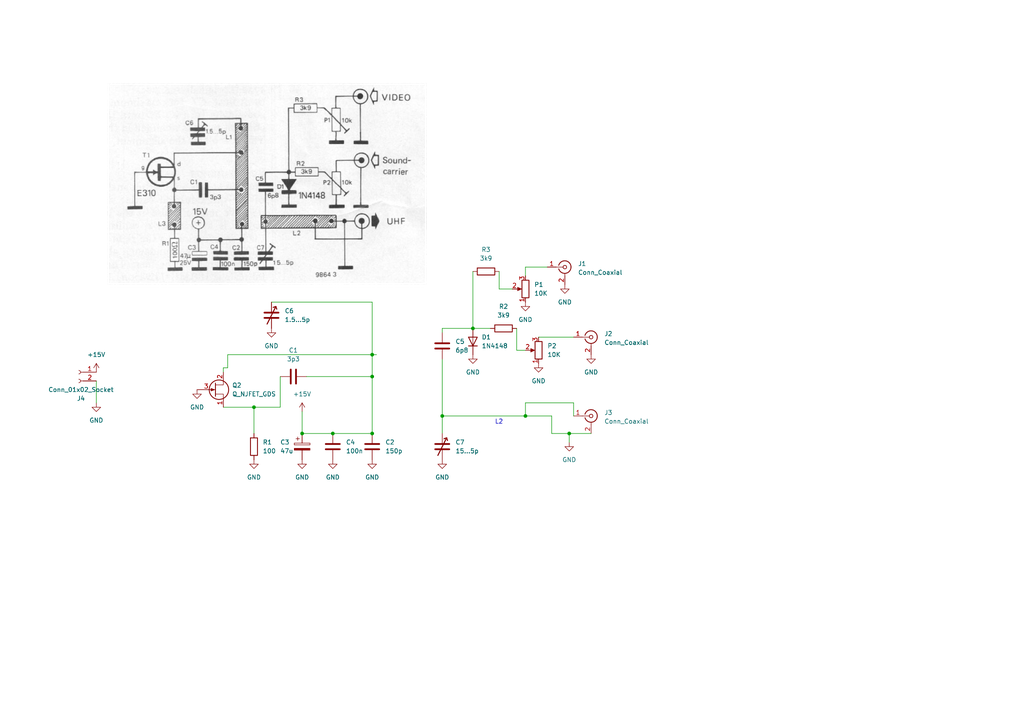
<source format=kicad_sch>
(kicad_sch (version 20250114) (generator "eeschema") (generator_version "9.0")
  (paper "A4")
  (lib_symbols
    (symbol "Connector:Conn_01x02_Socket" (pin_names (offset 1.016) (hide yes))
      (property "Reference" "J" (at 0 2.54 0))
      (property "Value" "Conn_01x02_Socket" (at 0 -5.08 0))
      (symbol "Conn_01x02_Socket_1_1"
        (polyline (pts (xy -1.27 0) (xy -0.508 0)) (stroke (width 0.1524)))
        (polyline (pts (xy -1.27 -2.54) (xy -0.508 -2.54)) (stroke (width 0.1524)))
        (arc (start 0 -0.508) (mid -0.5058 0) (end 0 0.508) (stroke (width 0.1524)))
        (arc (start 0 -3.048) (mid -0.5058 -2.54) (end 0 -2.032) (stroke (width 0.1524)))
        (pin passive line (at -5.08 0 0) (length 3.81) (name "Pin_1") (number "1"))
        (pin passive line (at -5.08 -2.54 0) (length 3.81) (name "Pin_2") (number "2"))
      )
    )
    (symbol "Connector:Conn_Coaxial" (pin_names (offset 1.016) (hide yes))
      (property "Reference" "J" (at 0.254 3.048 0))
      (property "Value" "Conn_Coaxial" (at 2.921 0 90))
      (symbol "Conn_Coaxial_0_1"
        (polyline (pts (xy -2.54 0) (xy -0.508 0)))
        (arc (start 1.778 0) (mid 0.222 -1.8079) (end -1.778 -0.508) (stroke (width 0.254)))
        (arc (start -1.778 0.508) (mid 0.2221 1.8084) (end 1.778 0) (stroke (width 0.254)))
        (circle (center 0 0) (radius 0.508) (stroke (width 0.2032)))
        (polyline (pts (xy 0 -2.54) (xy 0 -1.778)))
      )
      (symbol "Conn_Coaxial_1_1"
        (pin passive line (at -5.08 0 0) (length 2.54) (name "In") (number "1"))
        (pin passive line (at 0 -5.08 90) (length 2.54) (name "Ext") (number "2"))
      )
    )
    (symbol "Device:C" (pin_numbers (hide yes)) (pin_names (offset 0.254))
      (property "Reference" "C" (at 0.635 2.54 0))
      (property "Value" "C" (at 0.635 -2.54 0))
      (symbol "C_0_1"
        (polyline (pts (xy -2.032 0.762) (xy 2.032 0.762)) (stroke (width 0.508)))
        (polyline (pts (xy -2.032 -0.762) (xy 2.032 -0.762)) (stroke (width 0.508)))
      )
      (symbol "C_1_1"
        (pin passive line (at 0 3.81 270) (length 2.794) (name "~") (number "1"))
        (pin passive line (at 0 -3.81 90) (length 2.794) (name "~") (number "2"))
      )
    )
    (symbol "Device:C_Polarized" (pin_numbers (hide yes)) (pin_names (offset 0.254))
      (property "Reference" "C" (at 0.635 2.54 0))
      (property "Value" "C_Polarized" (at 0.635 -2.54 0))
      (symbol "C_Polarized_0_1"
        (rectangle (start -2.286 0.508) (end 2.286 1.016))
        (polyline (pts (xy -1.778 2.286) (xy -0.762 2.286)))
        (polyline (pts (xy -1.27 2.794) (xy -1.27 1.778)))
        (rectangle (start 2.286 -0.508) (end -2.286 -1.016) (fill (type outline)))
      )
      (symbol "C_Polarized_1_1"
        (pin passive line (at 0 3.81 270) (length 2.794) (name "~") (number "1"))
        (pin passive line (at 0 -3.81 90) (length 2.794) (name "~") (number "2"))
      )
    )
    (symbol "Device:C_Variable" (pin_numbers (hide yes)) (pin_names (offset 0.254) (hide yes))
      (property "Reference" "C" (at 0.635 -1.905 0))
      (property "Value" "C_Variable" (at 0.635 -3.81 0))
      (symbol "C_Variable_0_1"
        (polyline (pts (xy -2.032 0.762) (xy 2.032 0.762)) (stroke (width 0.508)))
        (polyline (pts (xy -2.032 -0.762) (xy 2.032 -0.762)) (stroke (width 0.508)))
        (polyline (pts (xy 1.27 2.54) (xy -1.27 -2.54)) (stroke (width 0.3048)))
        (polyline (pts (xy 1.27 2.54) (xy 0.508 2.286)) (stroke (width 0.3048)))
        (polyline (pts (xy 1.27 2.54) (xy 1.524 1.778)) (stroke (width 0.3048)))
      )
      (symbol "C_Variable_1_1"
        (pin passive line (at 0 3.81 270) (length 3.048) (name "~") (number "1"))
        (pin passive line (at 0 -3.81 90) (length 3.048) (name "~") (number "2"))
      )
    )
    (symbol "Device:Q_NJFET_SDG" (pin_names (offset 0) (hide yes))
      (property "Reference" "Q" (at 5.08 1.27 0))
      (property "Value" "Q_NJFET_SDG" (at 5.08 -1.27 0))
      (symbol "Q_NJFET_SDG_0_1"
        (polyline (pts (xy 0 0) (xy -1.016 0.381) (xy -1.016 -0.381) (xy 0 0)) (fill (type outline)))
        (polyline (pts (xy 0.254 1.905) (xy 0.254 -1.905) (xy 0.254 -1.905)) (stroke (width 0.254)))
        (circle (center 1.27 0) (radius 2.8194) (stroke (width 0.254)))
        (polyline (pts (xy 2.54 2.54) (xy 2.54 1.397) (xy 0.254 1.397)))
        (polyline (pts (xy 2.54 -2.54) (xy 2.54 -1.27) (xy 0.254 -1.27)))
      )
      (symbol "Q_NJFET_SDG_1_1"
        (pin input line (at -5.08 0 0) (length 5.334) (name "G") (number "3"))
        (pin passive line (at 2.54 5.08 270) (length 2.54) (name "D") (number "2"))
        (pin passive line (at 2.54 -5.08 90) (length 2.54) (name "S") (number "1"))
      )
    )
    (symbol "Device:R" (pin_numbers (hide yes)) (pin_names (offset 0))
      (property "Reference" "R" (at 2.032 0 90))
      (property "Value" "R" (at 0 0 90))
      (symbol "R_0_1"
        (rectangle (start -1.016 -2.54) (end 1.016 2.54) (stroke (width 0.254)))
      )
      (symbol "R_1_1"
        (pin passive line (at 0 3.81 270) (length 1.27) (name "~") (number "1"))
        (pin passive line (at 0 -3.81 90) (length 1.27) (name "~") (number "2"))
      )
    )
    (symbol "Device:R_Potentiometer" (pin_names (offset 1.016) (hide yes))
      (property "Reference" "RV" (at -4.445 0 90))
      (property "Value" "R_Potentiometer" (at -2.54 0 90))
      (symbol "R_Potentiometer_0_1"
        (rectangle (start 1.016 2.54) (end -1.016 -2.54) (stroke (width 0.254)))
        (polyline (pts (xy 1.143 0) (xy 2.286 0.508) (xy 2.286 -0.508) (xy 1.143 0)) (fill (type outline)))
        (polyline (pts (xy 2.54 0) (xy 1.524 0)))
      )
      (symbol "R_Potentiometer_1_1"
        (pin passive line (at 0 3.81 270) (length 1.27) (name "1") (number "1"))
        (pin passive line (at 0 -3.81 90) (length 1.27) (name "3") (number "3"))
        (pin passive line (at 3.81 0 180) (length 1.27) (name "2") (number "2"))
      )
    )
    (symbol "Diode:1N4148" (pin_numbers (hide yes)) (pin_names (hide yes))
      (property "Reference" "D" (at 0 2.54 0))
      (property "Value" "1N4148" (at 0 -2.54 0))
      (symbol "1N4148_0_1"
        (polyline (pts (xy -1.27 1.27) (xy -1.27 -1.27)) (stroke (width 0.254)))
        (polyline (pts (xy 1.27 1.27) (xy 1.27 -1.27) (xy -1.27 0) (xy 1.27 1.27)) (stroke (width 0.254)))
        (polyline (pts (xy 1.27 0) (xy -1.27 0)))
      )
      (symbol "1N4148_1_1"
        (pin passive line (at -3.81 0 0) (length 2.54) (name "K") (number "1"))
        (pin passive line (at 3.81 0 180) (length 2.54) (name "A") (number "2"))
      )
    )
    (symbol "power:+15V" (power) (pin_names (offset 0))
      (property "Value" "+15V" (at 0 3.556 0))
      (symbol "+15V_0_1"
        (polyline (pts (xy -0.762 1.27) (xy 0 2.54)))
        (polyline (pts (xy 0 2.54) (xy 0.762 1.27)))
        (polyline (pts (xy 0 0) (xy 0 2.54)))
      )
      (symbol "+15V_1_1"
        (pin power_in line (at 0 0 90) (length 0) (hide yes) (name "+15V") (number "1"))
      )
    )
    (symbol "power:GND" (power) (pin_names (offset 0))
      (property "Value" "GND" (at 0 -3.81 0))
      (symbol "GND_0_1"
        (polyline (pts (xy 0 0) (xy 0 -1.27) (xy 1.27 -1.27) (xy 0 -2.54) (xy -1.27 -1.27) (xy 0 -1.27)))
      )
      (symbol "GND_1_1"
        (pin power_in line (at 0 0 270) (length 0) (hide yes) (name "GND") (number "1"))
      )
    )
  )
  (text "L2" (at 143.51 123.19 0) (effects (font (size 1.27 1.27)) (justify left bottom)))
  (junction (at 137.16 95.25))
  (junction (at 152.4 120.65))
  (junction (at 87.63 125.73))
  (junction (at 73.66 118.11))
  (junction (at 165.1 125.73))
  (junction (at 107.95 109.22))
  (junction (at 128.27 120.65))
  (junction (at 96.52 125.73))
  (junction (at 107.95 125.73))
  (junction (at 107.95 102.87))
  (wire (pts (xy 158.75 77.47) (xy 152.4 77.47)))
  (wire (pts (xy 152.4 77.47) (xy 152.4 80.01)))
  (wire (pts (xy 128.27 104.14) (xy 128.27 120.65)))
  (wire (pts (xy 27.94 116.84) (xy 27.94 110.49)))
  (wire (pts (xy 96.52 125.73) (xy 107.95 125.73)))
  (wire (pts (xy 107.95 102.87) (xy 107.95 109.22)))
  (wire (pts (xy 87.63 119.38) (xy 87.63 125.73)))
  (wire (pts (xy 149.86 95.25) (xy 149.86 101.6)))
  (wire (pts (xy 78.74 87.63) (xy 107.95 87.63)))
  (wire (pts (xy 152.4 116.84) (xy 166.37 116.84)))
  (wire (pts (xy 88.9 109.22) (xy 107.95 109.22)))
  (wire (pts (xy 73.66 118.11) (xy 73.66 125.73)))
  (wire (pts (xy 137.16 95.25) (xy 142.24 95.25)))
  (wire (pts (xy 87.63 125.73) (xy 96.52 125.73)))
  (wire (pts (xy 64.77 118.11) (xy 73.66 118.11)))
  (wire (pts (xy 144.78 78.74) (xy 144.78 83.82)))
  (wire (pts (xy 160.02 125.73) (xy 165.1 125.73)))
  (wire (pts (xy 66.04 102.87) (xy 66.04 106.68)))
  (wire (pts (xy 152.4 120.65) (xy 160.02 120.65)))
  (wire (pts (xy 128.27 95.25) (xy 128.27 96.52)))
  (wire (pts (xy 128.27 95.25) (xy 137.16 95.25)))
  (wire (pts (xy 156.21 97.79) (xy 166.37 97.79)))
  (wire (pts (xy 166.37 116.84) (xy 166.37 120.65)))
  (wire (pts (xy 160.02 120.65) (xy 160.02 125.73)))
  (wire (pts (xy 66.04 106.68) (xy 64.77 106.68)))
  (wire (pts (xy 165.1 128.27) (xy 165.1 125.73)))
  (wire (pts (xy 137.16 78.74) (xy 137.16 95.25)))
  (wire (pts (xy 149.86 101.6) (xy 152.4 101.6)))
  (wire (pts (xy 144.78 83.82) (xy 148.59 83.82)))
  (wire (pts (xy 66.04 102.87) (xy 107.95 102.87)))
  (wire (pts (xy 109.22 102.87) (xy 107.95 102.87)))
  (wire (pts (xy 81.28 118.11) (xy 73.66 118.11)))
  (wire (pts (xy 107.95 109.22) (xy 107.95 125.73)))
  (wire (pts (xy 128.27 120.65) (xy 128.27 125.73)))
  (wire (pts (xy 128.27 120.65) (xy 152.4 120.65)))
  (wire (pts (xy 152.4 120.65) (xy 152.4 116.84)))
  (wire (pts (xy 107.95 87.63) (xy 107.95 102.87)))
  (wire (pts (xy 64.77 106.68) (xy 64.77 107.95)))
  (wire (pts (xy 165.1 125.73) (xy 171.45 125.73)))
  (wire (pts (xy 81.28 109.22) (xy 81.28 118.11)))
  (image (at 77.47 53.34) (scale 0.15968))
  (symbol (lib_id "Device:C_Polarized") (at 87.63 129.54 0) (unit 1)
    (property "Reference" "C3" (at 81.28 128.27 0) (effects (justify left)))
    (property "Value" "47u" (at 81.28 130.81 0) (effects (justify left)))
    (property "Footprint" "Capacitor_THT:C_Axial_L5.1mm_D3.1mm_P15.00mm_Horizontal" (effects (hide yes)))
  )
  (symbol (lib_id "power:GND") (at 128.27 133.35 0) (unit 1)
    (property "Reference" "#PWR06" (effects (hide yes)))
    (property "Value" "GND" (at 128.27 138.43 0))
  )
  (symbol (lib_id "power:GND") (at 152.4 87.63 0) (unit 1)
    (property "Reference" "#PWR014" (effects (hide yes)))
    (property "Value" "GND" (at 152.4 92.71 0))
  )
  (symbol (lib_id "Device:Q_NJFET_SDG") (at 62.23 113.03 0) (unit 1)
    (property "Reference" "Q2" (at 67.31 111.7599 0) (effects (justify left)))
    (property "Value" "Q_NJFET_GDS" (at 67.31 114.2999 0) (effects (justify left)))
    (property "Footprint" "Package_TO_SOT_THT:TO-38-3" (effects (hide yes)))
    (property "Description" "N-JFET transistor, source/drain/gate" (effects (hide yes)))
  )
  (symbol (lib_id "Device:C") (at 96.52 129.54 0) (unit 1)
    (property "Reference" "C4" (at 100.33 128.27 0) (effects (justify left)))
    (property "Value" "100n" (at 100.33 130.81 0) (effects (justify left)))
    (property "Footprint" "Capacitor_THT:C_Axial_L5.1mm_D3.1mm_P7.50mm_Horizontal" (effects (hide yes)))
  )
  (symbol (lib_id "Device:C_Variable") (at 78.74 91.44 0) (unit 1)
    (property "Reference" "C6" (at 82.55 90.1699 0) (effects (justify left)))
    (property "Value" "1.5...5p" (at 82.55 92.7099 0) (effects (justify left)))
    (property "Footprint" "Library:GXA5R000" (effects (hide yes)))
  )
  (symbol (lib_id "power:GND") (at 73.66 133.35 0) (unit 1)
    (property "Reference" "#PWR012" (effects (hide yes)))
    (property "Value" "GND" (at 73.66 138.43 0))
  )
  (symbol (lib_id "power:GND") (at 165.1 128.27 0) (unit 1)
    (property "Reference" "#PWR05" (effects (hide yes)))
    (property "Value" "GND" (at 165.1 133.35 0))
  )
  (symbol (lib_id "power:GND") (at 78.74 95.25 0) (unit 1)
    (property "Reference" "#PWR07" (effects (hide yes)))
    (property "Value" "GND" (at 78.74 100.33 0))
  )
  (symbol (lib_id "Device:C") (at 85.09 109.22 90) (unit 1)
    (property "Reference" "C1" (at 85.09 101.6 90))
    (property "Value" "3p3" (at 85.09 104.14 90))
    (property "Footprint" "Capacitor_THT:C_Disc_D4.3mm_W1.9mm_P5.00mm" (effects (hide yes)))
  )
  (symbol (lib_id "Device:R") (at 73.66 129.54 180) (unit 1)
    (property "Reference" "R1" (at 76.2 128.27 0) (effects (justify right)))
    (property "Value" "100" (at 76.2 130.81 0) (effects (justify right)))
    (property "Footprint" "Library:R_Axial_DIN0207_L6.3mm_D2.5mm_P13mm_Horizontal_copy" (effects (hide yes)))
  )
  (symbol (lib_id "Device:R") (at 146.05 95.25 90) (unit 1)
    (property "Reference" "R2" (at 146.05 88.9 90))
    (property "Value" "3k9" (at 146.05 91.44 90))
    (property "Footprint" "Library:R_Axial_DIN0207_L6.3mm_D2.5mm_P13mm_Horizontal_copy" (effects (hide yes)))
  )
  (symbol (lib_id "power:+15V") (at 87.63 119.38 0) (unit 1)
    (property "Reference" "#PWR08" (effects (hide yes)))
    (property "Value" "+15V" (at 87.63 114.3 0))
  )
  (symbol (lib_id "power:GND") (at 87.63 133.35 0) (unit 1)
    (property "Reference" "#PWR011" (effects (hide yes)))
    (property "Value" "GND" (at 87.63 138.43 0))
  )
  (symbol (lib_id "Device:R_Potentiometer") (at 156.21 101.6 180) (unit 1)
    (property "Reference" "P2" (at 158.75 100.33 0) (effects (justify right)))
    (property "Value" "10K" (at 158.75 102.87 0) (effects (justify right)))
    (property "Footprint" "Potentiometer_THT:Potentiometer_Runtron_RM-065_Vertical" (effects (hide yes)))
  )
  (symbol (lib_id "Connector:Conn_01x02_Socket") (at 22.86 107.95 0) (mirror y) (unit 1)
    (property "Reference" "J4" (at 23.495 115.57 0))
    (property "Value" "Conn_01x02_Socket" (at 23.495 113.03 0))
    (property "Footprint" "Connector_JST:JST_XH_B2B-XH-A_1x02_P2.50mm_Vertical" (effects (hide yes)))
    (property "Description" "Generic connector, single row, 01x02, script generated" (effects (hide yes)))
  )
  (symbol (lib_id "power:GND") (at 156.21 105.41 0) (unit 1)
    (property "Reference" "#PWR04" (effects (hide yes)))
    (property "Value" "GND" (at 156.21 110.49 0))
  )
  (symbol (lib_id "Device:C") (at 128.27 100.33 0) (unit 1)
    (property "Reference" "C5" (at 132.08 99.06 0) (effects (justify left)))
    (property "Value" "6p8" (at 132.08 101.6 0) (effects (justify left)))
    (property "Footprint" "Capacitor_THT:C_Disc_D5.0mm_W2.5mm_P5.00mm" (effects (hide yes)))
  )
  (symbol (lib_id "Device:C") (at 107.95 129.54 0) (unit 1)
    (property "Reference" "C2" (at 111.76 128.27 0) (effects (justify left)))
    (property "Value" "150p" (at 111.76 130.81 0) (effects (justify left)))
    (property "Footprint" "Capacitor_THT:C_Disc_D5.0mm_W2.5mm_P5.00mm" (effects (hide yes)))
  )
  (symbol (lib_id "power:GND") (at 27.94 116.84 0) (unit 1)
    (property "Reference" "#PWR016" (effects (hide yes)))
    (property "Value" "GND" (at 27.94 121.92 0))
  )
  (symbol (lib_id "power:GND") (at 171.45 102.87 0) (unit 1)
    (property "Reference" "#PWR03" (effects (hide yes)))
    (property "Value" "GND" (at 171.45 107.95 0))
  )
  (symbol (lib_id "Device:C_Variable") (at 128.27 129.54 0) (unit 1)
    (property "Reference" "C7" (at 132.08 128.27 0) (effects (justify left)))
    (property "Value" "15...5p" (at 132.08 130.81 0) (effects (justify left)))
    (property "Footprint" "Library:GXA5R000" (effects (hide yes)))
  )
  (symbol (lib_id "power:+15V") (at 27.94 107.95 0) (unit 1)
    (property "Reference" "#PWR015" (effects (hide yes)))
    (property "Value" "+15V" (at 27.94 102.87 0))
  )
  (symbol (lib_id "Device:R_Potentiometer") (at 152.4 83.82 180) (unit 1)
    (property "Reference" "P1" (at 154.94 82.55 0) (effects (justify right)))
    (property "Value" "10K" (at 154.94 85.09 0) (effects (justify right)))
    (property "Footprint" "Potentiometer_THT:Potentiometer_Runtron_RM-065_Vertical" (effects (hide yes)))
  )
  (symbol (lib_id "power:GND") (at 96.52 133.35 0) (unit 1)
    (property "Reference" "#PWR010" (effects (hide yes)))
    (property "Value" "GND" (at 96.52 138.43 0))
  )
  (symbol (lib_id "Device:R") (at 140.97 78.74 90) (unit 1)
    (property "Reference" "R3" (at 140.97 72.39 90))
    (property "Value" "3k9" (at 140.97 74.93 90))
    (property "Footprint" "Library:R_Axial_DIN0207_L6.3mm_D2.5mm_P13mm_Horizontal_copy" (effects (hide yes)))
  )
  (symbol (lib_id "Connector:Conn_Coaxial") (at 171.45 120.65 0) (unit 1)
    (property "Reference" "J3" (at 175.26 119.6732 0) (effects (justify left)))
    (property "Value" "Conn_Coaxial" (at 175.26 122.2132 0) (effects (justify left)))
    (property "Footprint" "Library:VF330" (effects (hide yes)))
    (property "Datasheet" " ~" (effects (hide yes)))
  )
  (symbol (lib_id "power:GND") (at 107.95 133.35 0) (unit 1)
    (property "Reference" "#PWR09" (effects (hide yes)))
    (property "Value" "GND" (at 107.95 138.43 0))
  )
  (symbol (lib_id "power:GND") (at 137.16 102.87 0) (unit 1)
    (property "Reference" "#PWR01" (effects (hide yes)))
    (property "Value" "GND" (at 137.16 107.95 0))
  )
  (symbol (lib_id "Connector:Conn_Coaxial") (at 163.83 77.47 0) (unit 1)
    (property "Reference" "J1" (at 167.64 76.4932 0) (effects (justify left)))
    (property "Value" "Conn_Coaxial" (at 167.64 79.0332 0) (effects (justify left)))
    (property "Footprint" "PJRAN1X1U04X:SWITCHCRAFT_PJRAN1X1U04X" (effects (hide yes)))
    (property "Datasheet" " ~" (effects (hide yes)))
  )
  (symbol (lib_id "Connector:Conn_Coaxial") (at 171.45 97.79 0) (unit 1)
    (property "Reference" "J2" (at 175.26 96.8132 0) (effects (justify left)))
    (property "Value" "Conn_Coaxial" (at 175.26 99.3532 0) (effects (justify left)))
    (property "Footprint" "PJRAN1X1U04X:SWITCHCRAFT_PJRAN1X1U04X" (effects (hide yes)))
    (property "Datasheet" " ~" (effects (hide yes)))
  )
  (symbol (lib_id "power:GND") (at 163.83 82.55 0) (unit 1)
    (property "Reference" "#PWR02" (effects (hide yes)))
    (property "Value" "GND" (at 163.83 87.63 0))
  )
  (symbol (lib_id "power:GND") (at 57.15 113.03 0) (unit 1)
    (property "Reference" "#PWR013" (effects (hide yes)))
    (property "Value" "GND" (at 57.15 118.11 0))
  )
  (symbol (lib_id "Diode:1N4148") (at 137.16 99.06 90) (unit 1)
    (property "Reference" "D1" (at 139.7 97.79 90) (effects (justify right)))
    (property "Value" "1N4148" (at 139.7 100.33 90) (effects (justify right)))
    (property "Footprint" "Diode_THT:D_DO-35_SOD27_P10.16mm_Horizontal" (effects (hide yes)))
    (property "Datasheet" "https://assets.nexperia.com/documents/data-sheet/1N4148_1N4448.pdf" (effects (hide yes)))
    (property "Sim.Device" "D" (effects (hide yes)))
    (property "Sim.Pins" "1=K 2=A" (effects (hide yes)))
  )
)
</source>
